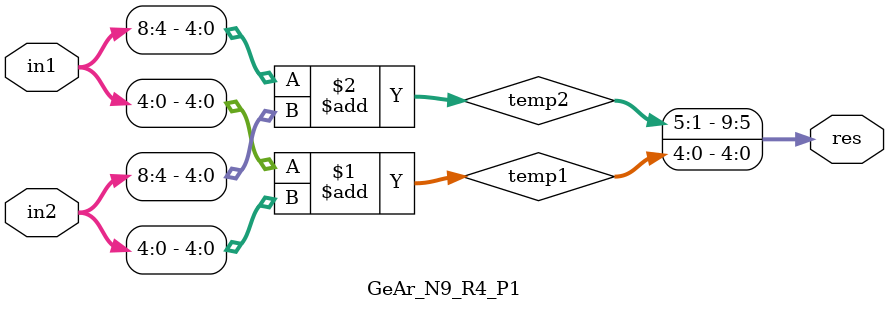
<source format=v>
`timescale 1ns / 1ps
module GeAr_N9_R4_P1(
    input [8:0] in1,
    input [8:0] in2,
    output [9:0] res
    );

wire [5:0] temp1,temp2;

assign temp1[5:0] = in1[4:0] + in2[4:0];
assign temp2[5:0] = in1[8:4] + in2[8:4];

assign res[9:0] = {temp2[5:1],temp1[4:0]};

endmodule

</source>
